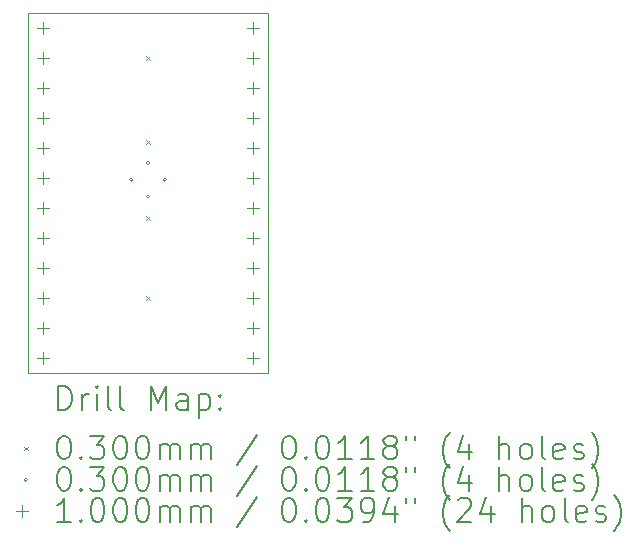
<source format=gbr>
%TF.GenerationSoftware,KiCad,Pcbnew,9.0.6*%
%TF.CreationDate,2026-01-02T14:07:16-06:00*%
%TF.ProjectId,QFN-20_4x4,51464e2d-3230-45f3-9478-342e6b696361,rev?*%
%TF.SameCoordinates,Original*%
%TF.FileFunction,Drillmap*%
%TF.FilePolarity,Positive*%
%FSLAX45Y45*%
G04 Gerber Fmt 4.5, Leading zero omitted, Abs format (unit mm)*
G04 Created by KiCad (PCBNEW 9.0.6) date 2026-01-02 14:07:16*
%MOMM*%
%LPD*%
G01*
G04 APERTURE LIST*
%ADD10C,0.050000*%
%ADD11C,0.200000*%
%ADD12C,0.100000*%
G04 APERTURE END LIST*
D10*
X12827000Y-10541000D02*
X14859000Y-10541000D01*
X14859000Y-13589000D01*
X12827000Y-13589000D01*
X12827000Y-10541000D01*
D11*
D12*
X13828000Y-10907000D02*
X13858000Y-10937000D01*
X13858000Y-10907000D02*
X13828000Y-10937000D01*
X13828000Y-11618200D02*
X13858000Y-11648200D01*
X13858000Y-11618200D02*
X13828000Y-11648200D01*
X13828000Y-12265900D02*
X13858000Y-12295900D01*
X13858000Y-12265900D02*
X13828000Y-12295900D01*
X13828000Y-12939000D02*
X13858000Y-12969000D01*
X13858000Y-12939000D02*
X13828000Y-12969000D01*
X13716579Y-11955377D02*
G75*
G02*
X13686579Y-11955377I-15000J0D01*
G01*
X13686579Y-11955377D02*
G75*
G02*
X13716579Y-11955377I15000J0D01*
G01*
X13858000Y-11813956D02*
G75*
G02*
X13828000Y-11813956I-15000J0D01*
G01*
X13828000Y-11813956D02*
G75*
G02*
X13858000Y-11813956I15000J0D01*
G01*
X13858000Y-12096798D02*
G75*
G02*
X13828000Y-12096798I-15000J0D01*
G01*
X13828000Y-12096798D02*
G75*
G02*
X13858000Y-12096798I15000J0D01*
G01*
X13999421Y-11955377D02*
G75*
G02*
X13969421Y-11955377I-15000J0D01*
G01*
X13969421Y-11955377D02*
G75*
G02*
X13999421Y-11955377I15000J0D01*
G01*
X12954000Y-10618000D02*
X12954000Y-10718000D01*
X12904000Y-10668000D02*
X13004000Y-10668000D01*
X12954000Y-10872000D02*
X12954000Y-10972000D01*
X12904000Y-10922000D02*
X13004000Y-10922000D01*
X12954000Y-11126000D02*
X12954000Y-11226000D01*
X12904000Y-11176000D02*
X13004000Y-11176000D01*
X12954000Y-11380000D02*
X12954000Y-11480000D01*
X12904000Y-11430000D02*
X13004000Y-11430000D01*
X12954000Y-11634000D02*
X12954000Y-11734000D01*
X12904000Y-11684000D02*
X13004000Y-11684000D01*
X12954000Y-11888000D02*
X12954000Y-11988000D01*
X12904000Y-11938000D02*
X13004000Y-11938000D01*
X12954000Y-12142000D02*
X12954000Y-12242000D01*
X12904000Y-12192000D02*
X13004000Y-12192000D01*
X12954000Y-12396000D02*
X12954000Y-12496000D01*
X12904000Y-12446000D02*
X13004000Y-12446000D01*
X12954000Y-12650000D02*
X12954000Y-12750000D01*
X12904000Y-12700000D02*
X13004000Y-12700000D01*
X12954000Y-12904000D02*
X12954000Y-13004000D01*
X12904000Y-12954000D02*
X13004000Y-12954000D01*
X12954000Y-13158000D02*
X12954000Y-13258000D01*
X12904000Y-13208000D02*
X13004000Y-13208000D01*
X12954000Y-13412000D02*
X12954000Y-13512000D01*
X12904000Y-13462000D02*
X13004000Y-13462000D01*
X14732000Y-10618000D02*
X14732000Y-10718000D01*
X14682000Y-10668000D02*
X14782000Y-10668000D01*
X14732000Y-10872000D02*
X14732000Y-10972000D01*
X14682000Y-10922000D02*
X14782000Y-10922000D01*
X14732000Y-11126000D02*
X14732000Y-11226000D01*
X14682000Y-11176000D02*
X14782000Y-11176000D01*
X14732000Y-11380000D02*
X14732000Y-11480000D01*
X14682000Y-11430000D02*
X14782000Y-11430000D01*
X14732000Y-11634000D02*
X14732000Y-11734000D01*
X14682000Y-11684000D02*
X14782000Y-11684000D01*
X14732000Y-11888000D02*
X14732000Y-11988000D01*
X14682000Y-11938000D02*
X14782000Y-11938000D01*
X14732000Y-12142000D02*
X14732000Y-12242000D01*
X14682000Y-12192000D02*
X14782000Y-12192000D01*
X14732000Y-12396000D02*
X14732000Y-12496000D01*
X14682000Y-12446000D02*
X14782000Y-12446000D01*
X14732000Y-12650000D02*
X14732000Y-12750000D01*
X14682000Y-12700000D02*
X14782000Y-12700000D01*
X14732000Y-12904000D02*
X14732000Y-13004000D01*
X14682000Y-12954000D02*
X14782000Y-12954000D01*
X14732000Y-13158000D02*
X14732000Y-13258000D01*
X14682000Y-13208000D02*
X14782000Y-13208000D01*
X14732000Y-13412000D02*
X14732000Y-13512000D01*
X14682000Y-13462000D02*
X14782000Y-13462000D01*
D11*
X13085277Y-13902984D02*
X13085277Y-13702984D01*
X13085277Y-13702984D02*
X13132896Y-13702984D01*
X13132896Y-13702984D02*
X13161467Y-13712508D01*
X13161467Y-13712508D02*
X13180515Y-13731555D01*
X13180515Y-13731555D02*
X13190039Y-13750603D01*
X13190039Y-13750603D02*
X13199562Y-13788698D01*
X13199562Y-13788698D02*
X13199562Y-13817269D01*
X13199562Y-13817269D02*
X13190039Y-13855365D01*
X13190039Y-13855365D02*
X13180515Y-13874412D01*
X13180515Y-13874412D02*
X13161467Y-13893460D01*
X13161467Y-13893460D02*
X13132896Y-13902984D01*
X13132896Y-13902984D02*
X13085277Y-13902984D01*
X13285277Y-13902984D02*
X13285277Y-13769650D01*
X13285277Y-13807746D02*
X13294801Y-13788698D01*
X13294801Y-13788698D02*
X13304324Y-13779174D01*
X13304324Y-13779174D02*
X13323372Y-13769650D01*
X13323372Y-13769650D02*
X13342420Y-13769650D01*
X13409086Y-13902984D02*
X13409086Y-13769650D01*
X13409086Y-13702984D02*
X13399562Y-13712508D01*
X13399562Y-13712508D02*
X13409086Y-13722031D01*
X13409086Y-13722031D02*
X13418610Y-13712508D01*
X13418610Y-13712508D02*
X13409086Y-13702984D01*
X13409086Y-13702984D02*
X13409086Y-13722031D01*
X13532896Y-13902984D02*
X13513848Y-13893460D01*
X13513848Y-13893460D02*
X13504324Y-13874412D01*
X13504324Y-13874412D02*
X13504324Y-13702984D01*
X13637658Y-13902984D02*
X13618610Y-13893460D01*
X13618610Y-13893460D02*
X13609086Y-13874412D01*
X13609086Y-13874412D02*
X13609086Y-13702984D01*
X13866229Y-13902984D02*
X13866229Y-13702984D01*
X13866229Y-13702984D02*
X13932896Y-13845841D01*
X13932896Y-13845841D02*
X13999562Y-13702984D01*
X13999562Y-13702984D02*
X13999562Y-13902984D01*
X14180515Y-13902984D02*
X14180515Y-13798222D01*
X14180515Y-13798222D02*
X14170991Y-13779174D01*
X14170991Y-13779174D02*
X14151943Y-13769650D01*
X14151943Y-13769650D02*
X14113848Y-13769650D01*
X14113848Y-13769650D02*
X14094801Y-13779174D01*
X14180515Y-13893460D02*
X14161467Y-13902984D01*
X14161467Y-13902984D02*
X14113848Y-13902984D01*
X14113848Y-13902984D02*
X14094801Y-13893460D01*
X14094801Y-13893460D02*
X14085277Y-13874412D01*
X14085277Y-13874412D02*
X14085277Y-13855365D01*
X14085277Y-13855365D02*
X14094801Y-13836317D01*
X14094801Y-13836317D02*
X14113848Y-13826793D01*
X14113848Y-13826793D02*
X14161467Y-13826793D01*
X14161467Y-13826793D02*
X14180515Y-13817269D01*
X14275753Y-13769650D02*
X14275753Y-13969650D01*
X14275753Y-13779174D02*
X14294801Y-13769650D01*
X14294801Y-13769650D02*
X14332896Y-13769650D01*
X14332896Y-13769650D02*
X14351943Y-13779174D01*
X14351943Y-13779174D02*
X14361467Y-13788698D01*
X14361467Y-13788698D02*
X14370991Y-13807746D01*
X14370991Y-13807746D02*
X14370991Y-13864888D01*
X14370991Y-13864888D02*
X14361467Y-13883936D01*
X14361467Y-13883936D02*
X14351943Y-13893460D01*
X14351943Y-13893460D02*
X14332896Y-13902984D01*
X14332896Y-13902984D02*
X14294801Y-13902984D01*
X14294801Y-13902984D02*
X14275753Y-13893460D01*
X14456705Y-13883936D02*
X14466229Y-13893460D01*
X14466229Y-13893460D02*
X14456705Y-13902984D01*
X14456705Y-13902984D02*
X14447182Y-13893460D01*
X14447182Y-13893460D02*
X14456705Y-13883936D01*
X14456705Y-13883936D02*
X14456705Y-13902984D01*
X14456705Y-13779174D02*
X14466229Y-13788698D01*
X14466229Y-13788698D02*
X14456705Y-13798222D01*
X14456705Y-13798222D02*
X14447182Y-13788698D01*
X14447182Y-13788698D02*
X14456705Y-13779174D01*
X14456705Y-13779174D02*
X14456705Y-13798222D01*
D12*
X12794500Y-14216500D02*
X12824500Y-14246500D01*
X12824500Y-14216500D02*
X12794500Y-14246500D01*
D11*
X13123372Y-14122984D02*
X13142420Y-14122984D01*
X13142420Y-14122984D02*
X13161467Y-14132508D01*
X13161467Y-14132508D02*
X13170991Y-14142031D01*
X13170991Y-14142031D02*
X13180515Y-14161079D01*
X13180515Y-14161079D02*
X13190039Y-14199174D01*
X13190039Y-14199174D02*
X13190039Y-14246793D01*
X13190039Y-14246793D02*
X13180515Y-14284888D01*
X13180515Y-14284888D02*
X13170991Y-14303936D01*
X13170991Y-14303936D02*
X13161467Y-14313460D01*
X13161467Y-14313460D02*
X13142420Y-14322984D01*
X13142420Y-14322984D02*
X13123372Y-14322984D01*
X13123372Y-14322984D02*
X13104324Y-14313460D01*
X13104324Y-14313460D02*
X13094801Y-14303936D01*
X13094801Y-14303936D02*
X13085277Y-14284888D01*
X13085277Y-14284888D02*
X13075753Y-14246793D01*
X13075753Y-14246793D02*
X13075753Y-14199174D01*
X13075753Y-14199174D02*
X13085277Y-14161079D01*
X13085277Y-14161079D02*
X13094801Y-14142031D01*
X13094801Y-14142031D02*
X13104324Y-14132508D01*
X13104324Y-14132508D02*
X13123372Y-14122984D01*
X13275753Y-14303936D02*
X13285277Y-14313460D01*
X13285277Y-14313460D02*
X13275753Y-14322984D01*
X13275753Y-14322984D02*
X13266229Y-14313460D01*
X13266229Y-14313460D02*
X13275753Y-14303936D01*
X13275753Y-14303936D02*
X13275753Y-14322984D01*
X13351943Y-14122984D02*
X13475753Y-14122984D01*
X13475753Y-14122984D02*
X13409086Y-14199174D01*
X13409086Y-14199174D02*
X13437658Y-14199174D01*
X13437658Y-14199174D02*
X13456705Y-14208698D01*
X13456705Y-14208698D02*
X13466229Y-14218222D01*
X13466229Y-14218222D02*
X13475753Y-14237269D01*
X13475753Y-14237269D02*
X13475753Y-14284888D01*
X13475753Y-14284888D02*
X13466229Y-14303936D01*
X13466229Y-14303936D02*
X13456705Y-14313460D01*
X13456705Y-14313460D02*
X13437658Y-14322984D01*
X13437658Y-14322984D02*
X13380515Y-14322984D01*
X13380515Y-14322984D02*
X13361467Y-14313460D01*
X13361467Y-14313460D02*
X13351943Y-14303936D01*
X13599562Y-14122984D02*
X13618610Y-14122984D01*
X13618610Y-14122984D02*
X13637658Y-14132508D01*
X13637658Y-14132508D02*
X13647182Y-14142031D01*
X13647182Y-14142031D02*
X13656705Y-14161079D01*
X13656705Y-14161079D02*
X13666229Y-14199174D01*
X13666229Y-14199174D02*
X13666229Y-14246793D01*
X13666229Y-14246793D02*
X13656705Y-14284888D01*
X13656705Y-14284888D02*
X13647182Y-14303936D01*
X13647182Y-14303936D02*
X13637658Y-14313460D01*
X13637658Y-14313460D02*
X13618610Y-14322984D01*
X13618610Y-14322984D02*
X13599562Y-14322984D01*
X13599562Y-14322984D02*
X13580515Y-14313460D01*
X13580515Y-14313460D02*
X13570991Y-14303936D01*
X13570991Y-14303936D02*
X13561467Y-14284888D01*
X13561467Y-14284888D02*
X13551943Y-14246793D01*
X13551943Y-14246793D02*
X13551943Y-14199174D01*
X13551943Y-14199174D02*
X13561467Y-14161079D01*
X13561467Y-14161079D02*
X13570991Y-14142031D01*
X13570991Y-14142031D02*
X13580515Y-14132508D01*
X13580515Y-14132508D02*
X13599562Y-14122984D01*
X13790039Y-14122984D02*
X13809086Y-14122984D01*
X13809086Y-14122984D02*
X13828134Y-14132508D01*
X13828134Y-14132508D02*
X13837658Y-14142031D01*
X13837658Y-14142031D02*
X13847182Y-14161079D01*
X13847182Y-14161079D02*
X13856705Y-14199174D01*
X13856705Y-14199174D02*
X13856705Y-14246793D01*
X13856705Y-14246793D02*
X13847182Y-14284888D01*
X13847182Y-14284888D02*
X13837658Y-14303936D01*
X13837658Y-14303936D02*
X13828134Y-14313460D01*
X13828134Y-14313460D02*
X13809086Y-14322984D01*
X13809086Y-14322984D02*
X13790039Y-14322984D01*
X13790039Y-14322984D02*
X13770991Y-14313460D01*
X13770991Y-14313460D02*
X13761467Y-14303936D01*
X13761467Y-14303936D02*
X13751943Y-14284888D01*
X13751943Y-14284888D02*
X13742420Y-14246793D01*
X13742420Y-14246793D02*
X13742420Y-14199174D01*
X13742420Y-14199174D02*
X13751943Y-14161079D01*
X13751943Y-14161079D02*
X13761467Y-14142031D01*
X13761467Y-14142031D02*
X13770991Y-14132508D01*
X13770991Y-14132508D02*
X13790039Y-14122984D01*
X13942420Y-14322984D02*
X13942420Y-14189650D01*
X13942420Y-14208698D02*
X13951943Y-14199174D01*
X13951943Y-14199174D02*
X13970991Y-14189650D01*
X13970991Y-14189650D02*
X13999563Y-14189650D01*
X13999563Y-14189650D02*
X14018610Y-14199174D01*
X14018610Y-14199174D02*
X14028134Y-14218222D01*
X14028134Y-14218222D02*
X14028134Y-14322984D01*
X14028134Y-14218222D02*
X14037658Y-14199174D01*
X14037658Y-14199174D02*
X14056705Y-14189650D01*
X14056705Y-14189650D02*
X14085277Y-14189650D01*
X14085277Y-14189650D02*
X14104324Y-14199174D01*
X14104324Y-14199174D02*
X14113848Y-14218222D01*
X14113848Y-14218222D02*
X14113848Y-14322984D01*
X14209086Y-14322984D02*
X14209086Y-14189650D01*
X14209086Y-14208698D02*
X14218610Y-14199174D01*
X14218610Y-14199174D02*
X14237658Y-14189650D01*
X14237658Y-14189650D02*
X14266229Y-14189650D01*
X14266229Y-14189650D02*
X14285277Y-14199174D01*
X14285277Y-14199174D02*
X14294801Y-14218222D01*
X14294801Y-14218222D02*
X14294801Y-14322984D01*
X14294801Y-14218222D02*
X14304324Y-14199174D01*
X14304324Y-14199174D02*
X14323372Y-14189650D01*
X14323372Y-14189650D02*
X14351943Y-14189650D01*
X14351943Y-14189650D02*
X14370991Y-14199174D01*
X14370991Y-14199174D02*
X14380515Y-14218222D01*
X14380515Y-14218222D02*
X14380515Y-14322984D01*
X14770991Y-14113460D02*
X14599563Y-14370603D01*
X15028134Y-14122984D02*
X15047182Y-14122984D01*
X15047182Y-14122984D02*
X15066229Y-14132508D01*
X15066229Y-14132508D02*
X15075753Y-14142031D01*
X15075753Y-14142031D02*
X15085277Y-14161079D01*
X15085277Y-14161079D02*
X15094801Y-14199174D01*
X15094801Y-14199174D02*
X15094801Y-14246793D01*
X15094801Y-14246793D02*
X15085277Y-14284888D01*
X15085277Y-14284888D02*
X15075753Y-14303936D01*
X15075753Y-14303936D02*
X15066229Y-14313460D01*
X15066229Y-14313460D02*
X15047182Y-14322984D01*
X15047182Y-14322984D02*
X15028134Y-14322984D01*
X15028134Y-14322984D02*
X15009086Y-14313460D01*
X15009086Y-14313460D02*
X14999563Y-14303936D01*
X14999563Y-14303936D02*
X14990039Y-14284888D01*
X14990039Y-14284888D02*
X14980515Y-14246793D01*
X14980515Y-14246793D02*
X14980515Y-14199174D01*
X14980515Y-14199174D02*
X14990039Y-14161079D01*
X14990039Y-14161079D02*
X14999563Y-14142031D01*
X14999563Y-14142031D02*
X15009086Y-14132508D01*
X15009086Y-14132508D02*
X15028134Y-14122984D01*
X15180515Y-14303936D02*
X15190039Y-14313460D01*
X15190039Y-14313460D02*
X15180515Y-14322984D01*
X15180515Y-14322984D02*
X15170991Y-14313460D01*
X15170991Y-14313460D02*
X15180515Y-14303936D01*
X15180515Y-14303936D02*
X15180515Y-14322984D01*
X15313848Y-14122984D02*
X15332896Y-14122984D01*
X15332896Y-14122984D02*
X15351944Y-14132508D01*
X15351944Y-14132508D02*
X15361467Y-14142031D01*
X15361467Y-14142031D02*
X15370991Y-14161079D01*
X15370991Y-14161079D02*
X15380515Y-14199174D01*
X15380515Y-14199174D02*
X15380515Y-14246793D01*
X15380515Y-14246793D02*
X15370991Y-14284888D01*
X15370991Y-14284888D02*
X15361467Y-14303936D01*
X15361467Y-14303936D02*
X15351944Y-14313460D01*
X15351944Y-14313460D02*
X15332896Y-14322984D01*
X15332896Y-14322984D02*
X15313848Y-14322984D01*
X15313848Y-14322984D02*
X15294801Y-14313460D01*
X15294801Y-14313460D02*
X15285277Y-14303936D01*
X15285277Y-14303936D02*
X15275753Y-14284888D01*
X15275753Y-14284888D02*
X15266229Y-14246793D01*
X15266229Y-14246793D02*
X15266229Y-14199174D01*
X15266229Y-14199174D02*
X15275753Y-14161079D01*
X15275753Y-14161079D02*
X15285277Y-14142031D01*
X15285277Y-14142031D02*
X15294801Y-14132508D01*
X15294801Y-14132508D02*
X15313848Y-14122984D01*
X15570991Y-14322984D02*
X15456706Y-14322984D01*
X15513848Y-14322984D02*
X15513848Y-14122984D01*
X15513848Y-14122984D02*
X15494801Y-14151555D01*
X15494801Y-14151555D02*
X15475753Y-14170603D01*
X15475753Y-14170603D02*
X15456706Y-14180127D01*
X15761467Y-14322984D02*
X15647182Y-14322984D01*
X15704325Y-14322984D02*
X15704325Y-14122984D01*
X15704325Y-14122984D02*
X15685277Y-14151555D01*
X15685277Y-14151555D02*
X15666229Y-14170603D01*
X15666229Y-14170603D02*
X15647182Y-14180127D01*
X15875753Y-14208698D02*
X15856706Y-14199174D01*
X15856706Y-14199174D02*
X15847182Y-14189650D01*
X15847182Y-14189650D02*
X15837658Y-14170603D01*
X15837658Y-14170603D02*
X15837658Y-14161079D01*
X15837658Y-14161079D02*
X15847182Y-14142031D01*
X15847182Y-14142031D02*
X15856706Y-14132508D01*
X15856706Y-14132508D02*
X15875753Y-14122984D01*
X15875753Y-14122984D02*
X15913848Y-14122984D01*
X15913848Y-14122984D02*
X15932896Y-14132508D01*
X15932896Y-14132508D02*
X15942420Y-14142031D01*
X15942420Y-14142031D02*
X15951944Y-14161079D01*
X15951944Y-14161079D02*
X15951944Y-14170603D01*
X15951944Y-14170603D02*
X15942420Y-14189650D01*
X15942420Y-14189650D02*
X15932896Y-14199174D01*
X15932896Y-14199174D02*
X15913848Y-14208698D01*
X15913848Y-14208698D02*
X15875753Y-14208698D01*
X15875753Y-14208698D02*
X15856706Y-14218222D01*
X15856706Y-14218222D02*
X15847182Y-14227746D01*
X15847182Y-14227746D02*
X15837658Y-14246793D01*
X15837658Y-14246793D02*
X15837658Y-14284888D01*
X15837658Y-14284888D02*
X15847182Y-14303936D01*
X15847182Y-14303936D02*
X15856706Y-14313460D01*
X15856706Y-14313460D02*
X15875753Y-14322984D01*
X15875753Y-14322984D02*
X15913848Y-14322984D01*
X15913848Y-14322984D02*
X15932896Y-14313460D01*
X15932896Y-14313460D02*
X15942420Y-14303936D01*
X15942420Y-14303936D02*
X15951944Y-14284888D01*
X15951944Y-14284888D02*
X15951944Y-14246793D01*
X15951944Y-14246793D02*
X15942420Y-14227746D01*
X15942420Y-14227746D02*
X15932896Y-14218222D01*
X15932896Y-14218222D02*
X15913848Y-14208698D01*
X16028134Y-14122984D02*
X16028134Y-14161079D01*
X16104325Y-14122984D02*
X16104325Y-14161079D01*
X16399563Y-14399174D02*
X16390039Y-14389650D01*
X16390039Y-14389650D02*
X16370991Y-14361079D01*
X16370991Y-14361079D02*
X16361468Y-14342031D01*
X16361468Y-14342031D02*
X16351944Y-14313460D01*
X16351944Y-14313460D02*
X16342420Y-14265841D01*
X16342420Y-14265841D02*
X16342420Y-14227746D01*
X16342420Y-14227746D02*
X16351944Y-14180127D01*
X16351944Y-14180127D02*
X16361468Y-14151555D01*
X16361468Y-14151555D02*
X16370991Y-14132508D01*
X16370991Y-14132508D02*
X16390039Y-14103936D01*
X16390039Y-14103936D02*
X16399563Y-14094412D01*
X16561468Y-14189650D02*
X16561468Y-14322984D01*
X16513848Y-14113460D02*
X16466229Y-14256317D01*
X16466229Y-14256317D02*
X16590039Y-14256317D01*
X16818611Y-14322984D02*
X16818611Y-14122984D01*
X16904325Y-14322984D02*
X16904325Y-14218222D01*
X16904325Y-14218222D02*
X16894801Y-14199174D01*
X16894801Y-14199174D02*
X16875753Y-14189650D01*
X16875753Y-14189650D02*
X16847182Y-14189650D01*
X16847182Y-14189650D02*
X16828134Y-14199174D01*
X16828134Y-14199174D02*
X16818611Y-14208698D01*
X17028134Y-14322984D02*
X17009087Y-14313460D01*
X17009087Y-14313460D02*
X16999563Y-14303936D01*
X16999563Y-14303936D02*
X16990039Y-14284888D01*
X16990039Y-14284888D02*
X16990039Y-14227746D01*
X16990039Y-14227746D02*
X16999563Y-14208698D01*
X16999563Y-14208698D02*
X17009087Y-14199174D01*
X17009087Y-14199174D02*
X17028134Y-14189650D01*
X17028134Y-14189650D02*
X17056706Y-14189650D01*
X17056706Y-14189650D02*
X17075753Y-14199174D01*
X17075753Y-14199174D02*
X17085277Y-14208698D01*
X17085277Y-14208698D02*
X17094801Y-14227746D01*
X17094801Y-14227746D02*
X17094801Y-14284888D01*
X17094801Y-14284888D02*
X17085277Y-14303936D01*
X17085277Y-14303936D02*
X17075753Y-14313460D01*
X17075753Y-14313460D02*
X17056706Y-14322984D01*
X17056706Y-14322984D02*
X17028134Y-14322984D01*
X17209087Y-14322984D02*
X17190039Y-14313460D01*
X17190039Y-14313460D02*
X17180515Y-14294412D01*
X17180515Y-14294412D02*
X17180515Y-14122984D01*
X17361468Y-14313460D02*
X17342420Y-14322984D01*
X17342420Y-14322984D02*
X17304325Y-14322984D01*
X17304325Y-14322984D02*
X17285277Y-14313460D01*
X17285277Y-14313460D02*
X17275753Y-14294412D01*
X17275753Y-14294412D02*
X17275753Y-14218222D01*
X17275753Y-14218222D02*
X17285277Y-14199174D01*
X17285277Y-14199174D02*
X17304325Y-14189650D01*
X17304325Y-14189650D02*
X17342420Y-14189650D01*
X17342420Y-14189650D02*
X17361468Y-14199174D01*
X17361468Y-14199174D02*
X17370992Y-14218222D01*
X17370992Y-14218222D02*
X17370992Y-14237269D01*
X17370992Y-14237269D02*
X17275753Y-14256317D01*
X17447182Y-14313460D02*
X17466230Y-14322984D01*
X17466230Y-14322984D02*
X17504325Y-14322984D01*
X17504325Y-14322984D02*
X17523373Y-14313460D01*
X17523373Y-14313460D02*
X17532896Y-14294412D01*
X17532896Y-14294412D02*
X17532896Y-14284888D01*
X17532896Y-14284888D02*
X17523373Y-14265841D01*
X17523373Y-14265841D02*
X17504325Y-14256317D01*
X17504325Y-14256317D02*
X17475753Y-14256317D01*
X17475753Y-14256317D02*
X17456706Y-14246793D01*
X17456706Y-14246793D02*
X17447182Y-14227746D01*
X17447182Y-14227746D02*
X17447182Y-14218222D01*
X17447182Y-14218222D02*
X17456706Y-14199174D01*
X17456706Y-14199174D02*
X17475753Y-14189650D01*
X17475753Y-14189650D02*
X17504325Y-14189650D01*
X17504325Y-14189650D02*
X17523373Y-14199174D01*
X17599563Y-14399174D02*
X17609087Y-14389650D01*
X17609087Y-14389650D02*
X17628134Y-14361079D01*
X17628134Y-14361079D02*
X17637658Y-14342031D01*
X17637658Y-14342031D02*
X17647182Y-14313460D01*
X17647182Y-14313460D02*
X17656706Y-14265841D01*
X17656706Y-14265841D02*
X17656706Y-14227746D01*
X17656706Y-14227746D02*
X17647182Y-14180127D01*
X17647182Y-14180127D02*
X17637658Y-14151555D01*
X17637658Y-14151555D02*
X17628134Y-14132508D01*
X17628134Y-14132508D02*
X17609087Y-14103936D01*
X17609087Y-14103936D02*
X17599563Y-14094412D01*
D12*
X12824500Y-14495500D02*
G75*
G02*
X12794500Y-14495500I-15000J0D01*
G01*
X12794500Y-14495500D02*
G75*
G02*
X12824500Y-14495500I15000J0D01*
G01*
D11*
X13123372Y-14386984D02*
X13142420Y-14386984D01*
X13142420Y-14386984D02*
X13161467Y-14396508D01*
X13161467Y-14396508D02*
X13170991Y-14406031D01*
X13170991Y-14406031D02*
X13180515Y-14425079D01*
X13180515Y-14425079D02*
X13190039Y-14463174D01*
X13190039Y-14463174D02*
X13190039Y-14510793D01*
X13190039Y-14510793D02*
X13180515Y-14548888D01*
X13180515Y-14548888D02*
X13170991Y-14567936D01*
X13170991Y-14567936D02*
X13161467Y-14577460D01*
X13161467Y-14577460D02*
X13142420Y-14586984D01*
X13142420Y-14586984D02*
X13123372Y-14586984D01*
X13123372Y-14586984D02*
X13104324Y-14577460D01*
X13104324Y-14577460D02*
X13094801Y-14567936D01*
X13094801Y-14567936D02*
X13085277Y-14548888D01*
X13085277Y-14548888D02*
X13075753Y-14510793D01*
X13075753Y-14510793D02*
X13075753Y-14463174D01*
X13075753Y-14463174D02*
X13085277Y-14425079D01*
X13085277Y-14425079D02*
X13094801Y-14406031D01*
X13094801Y-14406031D02*
X13104324Y-14396508D01*
X13104324Y-14396508D02*
X13123372Y-14386984D01*
X13275753Y-14567936D02*
X13285277Y-14577460D01*
X13285277Y-14577460D02*
X13275753Y-14586984D01*
X13275753Y-14586984D02*
X13266229Y-14577460D01*
X13266229Y-14577460D02*
X13275753Y-14567936D01*
X13275753Y-14567936D02*
X13275753Y-14586984D01*
X13351943Y-14386984D02*
X13475753Y-14386984D01*
X13475753Y-14386984D02*
X13409086Y-14463174D01*
X13409086Y-14463174D02*
X13437658Y-14463174D01*
X13437658Y-14463174D02*
X13456705Y-14472698D01*
X13456705Y-14472698D02*
X13466229Y-14482222D01*
X13466229Y-14482222D02*
X13475753Y-14501269D01*
X13475753Y-14501269D02*
X13475753Y-14548888D01*
X13475753Y-14548888D02*
X13466229Y-14567936D01*
X13466229Y-14567936D02*
X13456705Y-14577460D01*
X13456705Y-14577460D02*
X13437658Y-14586984D01*
X13437658Y-14586984D02*
X13380515Y-14586984D01*
X13380515Y-14586984D02*
X13361467Y-14577460D01*
X13361467Y-14577460D02*
X13351943Y-14567936D01*
X13599562Y-14386984D02*
X13618610Y-14386984D01*
X13618610Y-14386984D02*
X13637658Y-14396508D01*
X13637658Y-14396508D02*
X13647182Y-14406031D01*
X13647182Y-14406031D02*
X13656705Y-14425079D01*
X13656705Y-14425079D02*
X13666229Y-14463174D01*
X13666229Y-14463174D02*
X13666229Y-14510793D01*
X13666229Y-14510793D02*
X13656705Y-14548888D01*
X13656705Y-14548888D02*
X13647182Y-14567936D01*
X13647182Y-14567936D02*
X13637658Y-14577460D01*
X13637658Y-14577460D02*
X13618610Y-14586984D01*
X13618610Y-14586984D02*
X13599562Y-14586984D01*
X13599562Y-14586984D02*
X13580515Y-14577460D01*
X13580515Y-14577460D02*
X13570991Y-14567936D01*
X13570991Y-14567936D02*
X13561467Y-14548888D01*
X13561467Y-14548888D02*
X13551943Y-14510793D01*
X13551943Y-14510793D02*
X13551943Y-14463174D01*
X13551943Y-14463174D02*
X13561467Y-14425079D01*
X13561467Y-14425079D02*
X13570991Y-14406031D01*
X13570991Y-14406031D02*
X13580515Y-14396508D01*
X13580515Y-14396508D02*
X13599562Y-14386984D01*
X13790039Y-14386984D02*
X13809086Y-14386984D01*
X13809086Y-14386984D02*
X13828134Y-14396508D01*
X13828134Y-14396508D02*
X13837658Y-14406031D01*
X13837658Y-14406031D02*
X13847182Y-14425079D01*
X13847182Y-14425079D02*
X13856705Y-14463174D01*
X13856705Y-14463174D02*
X13856705Y-14510793D01*
X13856705Y-14510793D02*
X13847182Y-14548888D01*
X13847182Y-14548888D02*
X13837658Y-14567936D01*
X13837658Y-14567936D02*
X13828134Y-14577460D01*
X13828134Y-14577460D02*
X13809086Y-14586984D01*
X13809086Y-14586984D02*
X13790039Y-14586984D01*
X13790039Y-14586984D02*
X13770991Y-14577460D01*
X13770991Y-14577460D02*
X13761467Y-14567936D01*
X13761467Y-14567936D02*
X13751943Y-14548888D01*
X13751943Y-14548888D02*
X13742420Y-14510793D01*
X13742420Y-14510793D02*
X13742420Y-14463174D01*
X13742420Y-14463174D02*
X13751943Y-14425079D01*
X13751943Y-14425079D02*
X13761467Y-14406031D01*
X13761467Y-14406031D02*
X13770991Y-14396508D01*
X13770991Y-14396508D02*
X13790039Y-14386984D01*
X13942420Y-14586984D02*
X13942420Y-14453650D01*
X13942420Y-14472698D02*
X13951943Y-14463174D01*
X13951943Y-14463174D02*
X13970991Y-14453650D01*
X13970991Y-14453650D02*
X13999563Y-14453650D01*
X13999563Y-14453650D02*
X14018610Y-14463174D01*
X14018610Y-14463174D02*
X14028134Y-14482222D01*
X14028134Y-14482222D02*
X14028134Y-14586984D01*
X14028134Y-14482222D02*
X14037658Y-14463174D01*
X14037658Y-14463174D02*
X14056705Y-14453650D01*
X14056705Y-14453650D02*
X14085277Y-14453650D01*
X14085277Y-14453650D02*
X14104324Y-14463174D01*
X14104324Y-14463174D02*
X14113848Y-14482222D01*
X14113848Y-14482222D02*
X14113848Y-14586984D01*
X14209086Y-14586984D02*
X14209086Y-14453650D01*
X14209086Y-14472698D02*
X14218610Y-14463174D01*
X14218610Y-14463174D02*
X14237658Y-14453650D01*
X14237658Y-14453650D02*
X14266229Y-14453650D01*
X14266229Y-14453650D02*
X14285277Y-14463174D01*
X14285277Y-14463174D02*
X14294801Y-14482222D01*
X14294801Y-14482222D02*
X14294801Y-14586984D01*
X14294801Y-14482222D02*
X14304324Y-14463174D01*
X14304324Y-14463174D02*
X14323372Y-14453650D01*
X14323372Y-14453650D02*
X14351943Y-14453650D01*
X14351943Y-14453650D02*
X14370991Y-14463174D01*
X14370991Y-14463174D02*
X14380515Y-14482222D01*
X14380515Y-14482222D02*
X14380515Y-14586984D01*
X14770991Y-14377460D02*
X14599563Y-14634603D01*
X15028134Y-14386984D02*
X15047182Y-14386984D01*
X15047182Y-14386984D02*
X15066229Y-14396508D01*
X15066229Y-14396508D02*
X15075753Y-14406031D01*
X15075753Y-14406031D02*
X15085277Y-14425079D01*
X15085277Y-14425079D02*
X15094801Y-14463174D01*
X15094801Y-14463174D02*
X15094801Y-14510793D01*
X15094801Y-14510793D02*
X15085277Y-14548888D01*
X15085277Y-14548888D02*
X15075753Y-14567936D01*
X15075753Y-14567936D02*
X15066229Y-14577460D01*
X15066229Y-14577460D02*
X15047182Y-14586984D01*
X15047182Y-14586984D02*
X15028134Y-14586984D01*
X15028134Y-14586984D02*
X15009086Y-14577460D01*
X15009086Y-14577460D02*
X14999563Y-14567936D01*
X14999563Y-14567936D02*
X14990039Y-14548888D01*
X14990039Y-14548888D02*
X14980515Y-14510793D01*
X14980515Y-14510793D02*
X14980515Y-14463174D01*
X14980515Y-14463174D02*
X14990039Y-14425079D01*
X14990039Y-14425079D02*
X14999563Y-14406031D01*
X14999563Y-14406031D02*
X15009086Y-14396508D01*
X15009086Y-14396508D02*
X15028134Y-14386984D01*
X15180515Y-14567936D02*
X15190039Y-14577460D01*
X15190039Y-14577460D02*
X15180515Y-14586984D01*
X15180515Y-14586984D02*
X15170991Y-14577460D01*
X15170991Y-14577460D02*
X15180515Y-14567936D01*
X15180515Y-14567936D02*
X15180515Y-14586984D01*
X15313848Y-14386984D02*
X15332896Y-14386984D01*
X15332896Y-14386984D02*
X15351944Y-14396508D01*
X15351944Y-14396508D02*
X15361467Y-14406031D01*
X15361467Y-14406031D02*
X15370991Y-14425079D01*
X15370991Y-14425079D02*
X15380515Y-14463174D01*
X15380515Y-14463174D02*
X15380515Y-14510793D01*
X15380515Y-14510793D02*
X15370991Y-14548888D01*
X15370991Y-14548888D02*
X15361467Y-14567936D01*
X15361467Y-14567936D02*
X15351944Y-14577460D01*
X15351944Y-14577460D02*
X15332896Y-14586984D01*
X15332896Y-14586984D02*
X15313848Y-14586984D01*
X15313848Y-14586984D02*
X15294801Y-14577460D01*
X15294801Y-14577460D02*
X15285277Y-14567936D01*
X15285277Y-14567936D02*
X15275753Y-14548888D01*
X15275753Y-14548888D02*
X15266229Y-14510793D01*
X15266229Y-14510793D02*
X15266229Y-14463174D01*
X15266229Y-14463174D02*
X15275753Y-14425079D01*
X15275753Y-14425079D02*
X15285277Y-14406031D01*
X15285277Y-14406031D02*
X15294801Y-14396508D01*
X15294801Y-14396508D02*
X15313848Y-14386984D01*
X15570991Y-14586984D02*
X15456706Y-14586984D01*
X15513848Y-14586984D02*
X15513848Y-14386984D01*
X15513848Y-14386984D02*
X15494801Y-14415555D01*
X15494801Y-14415555D02*
X15475753Y-14434603D01*
X15475753Y-14434603D02*
X15456706Y-14444127D01*
X15761467Y-14586984D02*
X15647182Y-14586984D01*
X15704325Y-14586984D02*
X15704325Y-14386984D01*
X15704325Y-14386984D02*
X15685277Y-14415555D01*
X15685277Y-14415555D02*
X15666229Y-14434603D01*
X15666229Y-14434603D02*
X15647182Y-14444127D01*
X15875753Y-14472698D02*
X15856706Y-14463174D01*
X15856706Y-14463174D02*
X15847182Y-14453650D01*
X15847182Y-14453650D02*
X15837658Y-14434603D01*
X15837658Y-14434603D02*
X15837658Y-14425079D01*
X15837658Y-14425079D02*
X15847182Y-14406031D01*
X15847182Y-14406031D02*
X15856706Y-14396508D01*
X15856706Y-14396508D02*
X15875753Y-14386984D01*
X15875753Y-14386984D02*
X15913848Y-14386984D01*
X15913848Y-14386984D02*
X15932896Y-14396508D01*
X15932896Y-14396508D02*
X15942420Y-14406031D01*
X15942420Y-14406031D02*
X15951944Y-14425079D01*
X15951944Y-14425079D02*
X15951944Y-14434603D01*
X15951944Y-14434603D02*
X15942420Y-14453650D01*
X15942420Y-14453650D02*
X15932896Y-14463174D01*
X15932896Y-14463174D02*
X15913848Y-14472698D01*
X15913848Y-14472698D02*
X15875753Y-14472698D01*
X15875753Y-14472698D02*
X15856706Y-14482222D01*
X15856706Y-14482222D02*
X15847182Y-14491746D01*
X15847182Y-14491746D02*
X15837658Y-14510793D01*
X15837658Y-14510793D02*
X15837658Y-14548888D01*
X15837658Y-14548888D02*
X15847182Y-14567936D01*
X15847182Y-14567936D02*
X15856706Y-14577460D01*
X15856706Y-14577460D02*
X15875753Y-14586984D01*
X15875753Y-14586984D02*
X15913848Y-14586984D01*
X15913848Y-14586984D02*
X15932896Y-14577460D01*
X15932896Y-14577460D02*
X15942420Y-14567936D01*
X15942420Y-14567936D02*
X15951944Y-14548888D01*
X15951944Y-14548888D02*
X15951944Y-14510793D01*
X15951944Y-14510793D02*
X15942420Y-14491746D01*
X15942420Y-14491746D02*
X15932896Y-14482222D01*
X15932896Y-14482222D02*
X15913848Y-14472698D01*
X16028134Y-14386984D02*
X16028134Y-14425079D01*
X16104325Y-14386984D02*
X16104325Y-14425079D01*
X16399563Y-14663174D02*
X16390039Y-14653650D01*
X16390039Y-14653650D02*
X16370991Y-14625079D01*
X16370991Y-14625079D02*
X16361468Y-14606031D01*
X16361468Y-14606031D02*
X16351944Y-14577460D01*
X16351944Y-14577460D02*
X16342420Y-14529841D01*
X16342420Y-14529841D02*
X16342420Y-14491746D01*
X16342420Y-14491746D02*
X16351944Y-14444127D01*
X16351944Y-14444127D02*
X16361468Y-14415555D01*
X16361468Y-14415555D02*
X16370991Y-14396508D01*
X16370991Y-14396508D02*
X16390039Y-14367936D01*
X16390039Y-14367936D02*
X16399563Y-14358412D01*
X16561468Y-14453650D02*
X16561468Y-14586984D01*
X16513848Y-14377460D02*
X16466229Y-14520317D01*
X16466229Y-14520317D02*
X16590039Y-14520317D01*
X16818611Y-14586984D02*
X16818611Y-14386984D01*
X16904325Y-14586984D02*
X16904325Y-14482222D01*
X16904325Y-14482222D02*
X16894801Y-14463174D01*
X16894801Y-14463174D02*
X16875753Y-14453650D01*
X16875753Y-14453650D02*
X16847182Y-14453650D01*
X16847182Y-14453650D02*
X16828134Y-14463174D01*
X16828134Y-14463174D02*
X16818611Y-14472698D01*
X17028134Y-14586984D02*
X17009087Y-14577460D01*
X17009087Y-14577460D02*
X16999563Y-14567936D01*
X16999563Y-14567936D02*
X16990039Y-14548888D01*
X16990039Y-14548888D02*
X16990039Y-14491746D01*
X16990039Y-14491746D02*
X16999563Y-14472698D01*
X16999563Y-14472698D02*
X17009087Y-14463174D01*
X17009087Y-14463174D02*
X17028134Y-14453650D01*
X17028134Y-14453650D02*
X17056706Y-14453650D01*
X17056706Y-14453650D02*
X17075753Y-14463174D01*
X17075753Y-14463174D02*
X17085277Y-14472698D01*
X17085277Y-14472698D02*
X17094801Y-14491746D01*
X17094801Y-14491746D02*
X17094801Y-14548888D01*
X17094801Y-14548888D02*
X17085277Y-14567936D01*
X17085277Y-14567936D02*
X17075753Y-14577460D01*
X17075753Y-14577460D02*
X17056706Y-14586984D01*
X17056706Y-14586984D02*
X17028134Y-14586984D01*
X17209087Y-14586984D02*
X17190039Y-14577460D01*
X17190039Y-14577460D02*
X17180515Y-14558412D01*
X17180515Y-14558412D02*
X17180515Y-14386984D01*
X17361468Y-14577460D02*
X17342420Y-14586984D01*
X17342420Y-14586984D02*
X17304325Y-14586984D01*
X17304325Y-14586984D02*
X17285277Y-14577460D01*
X17285277Y-14577460D02*
X17275753Y-14558412D01*
X17275753Y-14558412D02*
X17275753Y-14482222D01*
X17275753Y-14482222D02*
X17285277Y-14463174D01*
X17285277Y-14463174D02*
X17304325Y-14453650D01*
X17304325Y-14453650D02*
X17342420Y-14453650D01*
X17342420Y-14453650D02*
X17361468Y-14463174D01*
X17361468Y-14463174D02*
X17370992Y-14482222D01*
X17370992Y-14482222D02*
X17370992Y-14501269D01*
X17370992Y-14501269D02*
X17275753Y-14520317D01*
X17447182Y-14577460D02*
X17466230Y-14586984D01*
X17466230Y-14586984D02*
X17504325Y-14586984D01*
X17504325Y-14586984D02*
X17523373Y-14577460D01*
X17523373Y-14577460D02*
X17532896Y-14558412D01*
X17532896Y-14558412D02*
X17532896Y-14548888D01*
X17532896Y-14548888D02*
X17523373Y-14529841D01*
X17523373Y-14529841D02*
X17504325Y-14520317D01*
X17504325Y-14520317D02*
X17475753Y-14520317D01*
X17475753Y-14520317D02*
X17456706Y-14510793D01*
X17456706Y-14510793D02*
X17447182Y-14491746D01*
X17447182Y-14491746D02*
X17447182Y-14482222D01*
X17447182Y-14482222D02*
X17456706Y-14463174D01*
X17456706Y-14463174D02*
X17475753Y-14453650D01*
X17475753Y-14453650D02*
X17504325Y-14453650D01*
X17504325Y-14453650D02*
X17523373Y-14463174D01*
X17599563Y-14663174D02*
X17609087Y-14653650D01*
X17609087Y-14653650D02*
X17628134Y-14625079D01*
X17628134Y-14625079D02*
X17637658Y-14606031D01*
X17637658Y-14606031D02*
X17647182Y-14577460D01*
X17647182Y-14577460D02*
X17656706Y-14529841D01*
X17656706Y-14529841D02*
X17656706Y-14491746D01*
X17656706Y-14491746D02*
X17647182Y-14444127D01*
X17647182Y-14444127D02*
X17637658Y-14415555D01*
X17637658Y-14415555D02*
X17628134Y-14396508D01*
X17628134Y-14396508D02*
X17609087Y-14367936D01*
X17609087Y-14367936D02*
X17599563Y-14358412D01*
D12*
X12774500Y-14709500D02*
X12774500Y-14809500D01*
X12724500Y-14759500D02*
X12824500Y-14759500D01*
D11*
X13190039Y-14850984D02*
X13075753Y-14850984D01*
X13132896Y-14850984D02*
X13132896Y-14650984D01*
X13132896Y-14650984D02*
X13113848Y-14679555D01*
X13113848Y-14679555D02*
X13094801Y-14698603D01*
X13094801Y-14698603D02*
X13075753Y-14708127D01*
X13275753Y-14831936D02*
X13285277Y-14841460D01*
X13285277Y-14841460D02*
X13275753Y-14850984D01*
X13275753Y-14850984D02*
X13266229Y-14841460D01*
X13266229Y-14841460D02*
X13275753Y-14831936D01*
X13275753Y-14831936D02*
X13275753Y-14850984D01*
X13409086Y-14650984D02*
X13428134Y-14650984D01*
X13428134Y-14650984D02*
X13447182Y-14660508D01*
X13447182Y-14660508D02*
X13456705Y-14670031D01*
X13456705Y-14670031D02*
X13466229Y-14689079D01*
X13466229Y-14689079D02*
X13475753Y-14727174D01*
X13475753Y-14727174D02*
X13475753Y-14774793D01*
X13475753Y-14774793D02*
X13466229Y-14812888D01*
X13466229Y-14812888D02*
X13456705Y-14831936D01*
X13456705Y-14831936D02*
X13447182Y-14841460D01*
X13447182Y-14841460D02*
X13428134Y-14850984D01*
X13428134Y-14850984D02*
X13409086Y-14850984D01*
X13409086Y-14850984D02*
X13390039Y-14841460D01*
X13390039Y-14841460D02*
X13380515Y-14831936D01*
X13380515Y-14831936D02*
X13370991Y-14812888D01*
X13370991Y-14812888D02*
X13361467Y-14774793D01*
X13361467Y-14774793D02*
X13361467Y-14727174D01*
X13361467Y-14727174D02*
X13370991Y-14689079D01*
X13370991Y-14689079D02*
X13380515Y-14670031D01*
X13380515Y-14670031D02*
X13390039Y-14660508D01*
X13390039Y-14660508D02*
X13409086Y-14650984D01*
X13599562Y-14650984D02*
X13618610Y-14650984D01*
X13618610Y-14650984D02*
X13637658Y-14660508D01*
X13637658Y-14660508D02*
X13647182Y-14670031D01*
X13647182Y-14670031D02*
X13656705Y-14689079D01*
X13656705Y-14689079D02*
X13666229Y-14727174D01*
X13666229Y-14727174D02*
X13666229Y-14774793D01*
X13666229Y-14774793D02*
X13656705Y-14812888D01*
X13656705Y-14812888D02*
X13647182Y-14831936D01*
X13647182Y-14831936D02*
X13637658Y-14841460D01*
X13637658Y-14841460D02*
X13618610Y-14850984D01*
X13618610Y-14850984D02*
X13599562Y-14850984D01*
X13599562Y-14850984D02*
X13580515Y-14841460D01*
X13580515Y-14841460D02*
X13570991Y-14831936D01*
X13570991Y-14831936D02*
X13561467Y-14812888D01*
X13561467Y-14812888D02*
X13551943Y-14774793D01*
X13551943Y-14774793D02*
X13551943Y-14727174D01*
X13551943Y-14727174D02*
X13561467Y-14689079D01*
X13561467Y-14689079D02*
X13570991Y-14670031D01*
X13570991Y-14670031D02*
X13580515Y-14660508D01*
X13580515Y-14660508D02*
X13599562Y-14650984D01*
X13790039Y-14650984D02*
X13809086Y-14650984D01*
X13809086Y-14650984D02*
X13828134Y-14660508D01*
X13828134Y-14660508D02*
X13837658Y-14670031D01*
X13837658Y-14670031D02*
X13847182Y-14689079D01*
X13847182Y-14689079D02*
X13856705Y-14727174D01*
X13856705Y-14727174D02*
X13856705Y-14774793D01*
X13856705Y-14774793D02*
X13847182Y-14812888D01*
X13847182Y-14812888D02*
X13837658Y-14831936D01*
X13837658Y-14831936D02*
X13828134Y-14841460D01*
X13828134Y-14841460D02*
X13809086Y-14850984D01*
X13809086Y-14850984D02*
X13790039Y-14850984D01*
X13790039Y-14850984D02*
X13770991Y-14841460D01*
X13770991Y-14841460D02*
X13761467Y-14831936D01*
X13761467Y-14831936D02*
X13751943Y-14812888D01*
X13751943Y-14812888D02*
X13742420Y-14774793D01*
X13742420Y-14774793D02*
X13742420Y-14727174D01*
X13742420Y-14727174D02*
X13751943Y-14689079D01*
X13751943Y-14689079D02*
X13761467Y-14670031D01*
X13761467Y-14670031D02*
X13770991Y-14660508D01*
X13770991Y-14660508D02*
X13790039Y-14650984D01*
X13942420Y-14850984D02*
X13942420Y-14717650D01*
X13942420Y-14736698D02*
X13951943Y-14727174D01*
X13951943Y-14727174D02*
X13970991Y-14717650D01*
X13970991Y-14717650D02*
X13999563Y-14717650D01*
X13999563Y-14717650D02*
X14018610Y-14727174D01*
X14018610Y-14727174D02*
X14028134Y-14746222D01*
X14028134Y-14746222D02*
X14028134Y-14850984D01*
X14028134Y-14746222D02*
X14037658Y-14727174D01*
X14037658Y-14727174D02*
X14056705Y-14717650D01*
X14056705Y-14717650D02*
X14085277Y-14717650D01*
X14085277Y-14717650D02*
X14104324Y-14727174D01*
X14104324Y-14727174D02*
X14113848Y-14746222D01*
X14113848Y-14746222D02*
X14113848Y-14850984D01*
X14209086Y-14850984D02*
X14209086Y-14717650D01*
X14209086Y-14736698D02*
X14218610Y-14727174D01*
X14218610Y-14727174D02*
X14237658Y-14717650D01*
X14237658Y-14717650D02*
X14266229Y-14717650D01*
X14266229Y-14717650D02*
X14285277Y-14727174D01*
X14285277Y-14727174D02*
X14294801Y-14746222D01*
X14294801Y-14746222D02*
X14294801Y-14850984D01*
X14294801Y-14746222D02*
X14304324Y-14727174D01*
X14304324Y-14727174D02*
X14323372Y-14717650D01*
X14323372Y-14717650D02*
X14351943Y-14717650D01*
X14351943Y-14717650D02*
X14370991Y-14727174D01*
X14370991Y-14727174D02*
X14380515Y-14746222D01*
X14380515Y-14746222D02*
X14380515Y-14850984D01*
X14770991Y-14641460D02*
X14599563Y-14898603D01*
X15028134Y-14650984D02*
X15047182Y-14650984D01*
X15047182Y-14650984D02*
X15066229Y-14660508D01*
X15066229Y-14660508D02*
X15075753Y-14670031D01*
X15075753Y-14670031D02*
X15085277Y-14689079D01*
X15085277Y-14689079D02*
X15094801Y-14727174D01*
X15094801Y-14727174D02*
X15094801Y-14774793D01*
X15094801Y-14774793D02*
X15085277Y-14812888D01*
X15085277Y-14812888D02*
X15075753Y-14831936D01*
X15075753Y-14831936D02*
X15066229Y-14841460D01*
X15066229Y-14841460D02*
X15047182Y-14850984D01*
X15047182Y-14850984D02*
X15028134Y-14850984D01*
X15028134Y-14850984D02*
X15009086Y-14841460D01*
X15009086Y-14841460D02*
X14999563Y-14831936D01*
X14999563Y-14831936D02*
X14990039Y-14812888D01*
X14990039Y-14812888D02*
X14980515Y-14774793D01*
X14980515Y-14774793D02*
X14980515Y-14727174D01*
X14980515Y-14727174D02*
X14990039Y-14689079D01*
X14990039Y-14689079D02*
X14999563Y-14670031D01*
X14999563Y-14670031D02*
X15009086Y-14660508D01*
X15009086Y-14660508D02*
X15028134Y-14650984D01*
X15180515Y-14831936D02*
X15190039Y-14841460D01*
X15190039Y-14841460D02*
X15180515Y-14850984D01*
X15180515Y-14850984D02*
X15170991Y-14841460D01*
X15170991Y-14841460D02*
X15180515Y-14831936D01*
X15180515Y-14831936D02*
X15180515Y-14850984D01*
X15313848Y-14650984D02*
X15332896Y-14650984D01*
X15332896Y-14650984D02*
X15351944Y-14660508D01*
X15351944Y-14660508D02*
X15361467Y-14670031D01*
X15361467Y-14670031D02*
X15370991Y-14689079D01*
X15370991Y-14689079D02*
X15380515Y-14727174D01*
X15380515Y-14727174D02*
X15380515Y-14774793D01*
X15380515Y-14774793D02*
X15370991Y-14812888D01*
X15370991Y-14812888D02*
X15361467Y-14831936D01*
X15361467Y-14831936D02*
X15351944Y-14841460D01*
X15351944Y-14841460D02*
X15332896Y-14850984D01*
X15332896Y-14850984D02*
X15313848Y-14850984D01*
X15313848Y-14850984D02*
X15294801Y-14841460D01*
X15294801Y-14841460D02*
X15285277Y-14831936D01*
X15285277Y-14831936D02*
X15275753Y-14812888D01*
X15275753Y-14812888D02*
X15266229Y-14774793D01*
X15266229Y-14774793D02*
X15266229Y-14727174D01*
X15266229Y-14727174D02*
X15275753Y-14689079D01*
X15275753Y-14689079D02*
X15285277Y-14670031D01*
X15285277Y-14670031D02*
X15294801Y-14660508D01*
X15294801Y-14660508D02*
X15313848Y-14650984D01*
X15447182Y-14650984D02*
X15570991Y-14650984D01*
X15570991Y-14650984D02*
X15504325Y-14727174D01*
X15504325Y-14727174D02*
X15532896Y-14727174D01*
X15532896Y-14727174D02*
X15551944Y-14736698D01*
X15551944Y-14736698D02*
X15561467Y-14746222D01*
X15561467Y-14746222D02*
X15570991Y-14765269D01*
X15570991Y-14765269D02*
X15570991Y-14812888D01*
X15570991Y-14812888D02*
X15561467Y-14831936D01*
X15561467Y-14831936D02*
X15551944Y-14841460D01*
X15551944Y-14841460D02*
X15532896Y-14850984D01*
X15532896Y-14850984D02*
X15475753Y-14850984D01*
X15475753Y-14850984D02*
X15456706Y-14841460D01*
X15456706Y-14841460D02*
X15447182Y-14831936D01*
X15666229Y-14850984D02*
X15704325Y-14850984D01*
X15704325Y-14850984D02*
X15723372Y-14841460D01*
X15723372Y-14841460D02*
X15732896Y-14831936D01*
X15732896Y-14831936D02*
X15751944Y-14803365D01*
X15751944Y-14803365D02*
X15761467Y-14765269D01*
X15761467Y-14765269D02*
X15761467Y-14689079D01*
X15761467Y-14689079D02*
X15751944Y-14670031D01*
X15751944Y-14670031D02*
X15742420Y-14660508D01*
X15742420Y-14660508D02*
X15723372Y-14650984D01*
X15723372Y-14650984D02*
X15685277Y-14650984D01*
X15685277Y-14650984D02*
X15666229Y-14660508D01*
X15666229Y-14660508D02*
X15656706Y-14670031D01*
X15656706Y-14670031D02*
X15647182Y-14689079D01*
X15647182Y-14689079D02*
X15647182Y-14736698D01*
X15647182Y-14736698D02*
X15656706Y-14755746D01*
X15656706Y-14755746D02*
X15666229Y-14765269D01*
X15666229Y-14765269D02*
X15685277Y-14774793D01*
X15685277Y-14774793D02*
X15723372Y-14774793D01*
X15723372Y-14774793D02*
X15742420Y-14765269D01*
X15742420Y-14765269D02*
X15751944Y-14755746D01*
X15751944Y-14755746D02*
X15761467Y-14736698D01*
X15932896Y-14717650D02*
X15932896Y-14850984D01*
X15885277Y-14641460D02*
X15837658Y-14784317D01*
X15837658Y-14784317D02*
X15961467Y-14784317D01*
X16028134Y-14650984D02*
X16028134Y-14689079D01*
X16104325Y-14650984D02*
X16104325Y-14689079D01*
X16399563Y-14927174D02*
X16390039Y-14917650D01*
X16390039Y-14917650D02*
X16370991Y-14889079D01*
X16370991Y-14889079D02*
X16361468Y-14870031D01*
X16361468Y-14870031D02*
X16351944Y-14841460D01*
X16351944Y-14841460D02*
X16342420Y-14793841D01*
X16342420Y-14793841D02*
X16342420Y-14755746D01*
X16342420Y-14755746D02*
X16351944Y-14708127D01*
X16351944Y-14708127D02*
X16361468Y-14679555D01*
X16361468Y-14679555D02*
X16370991Y-14660508D01*
X16370991Y-14660508D02*
X16390039Y-14631936D01*
X16390039Y-14631936D02*
X16399563Y-14622412D01*
X16466229Y-14670031D02*
X16475753Y-14660508D01*
X16475753Y-14660508D02*
X16494801Y-14650984D01*
X16494801Y-14650984D02*
X16542420Y-14650984D01*
X16542420Y-14650984D02*
X16561468Y-14660508D01*
X16561468Y-14660508D02*
X16570991Y-14670031D01*
X16570991Y-14670031D02*
X16580515Y-14689079D01*
X16580515Y-14689079D02*
X16580515Y-14708127D01*
X16580515Y-14708127D02*
X16570991Y-14736698D01*
X16570991Y-14736698D02*
X16456706Y-14850984D01*
X16456706Y-14850984D02*
X16580515Y-14850984D01*
X16751944Y-14717650D02*
X16751944Y-14850984D01*
X16704325Y-14641460D02*
X16656706Y-14784317D01*
X16656706Y-14784317D02*
X16780515Y-14784317D01*
X17009087Y-14850984D02*
X17009087Y-14650984D01*
X17094801Y-14850984D02*
X17094801Y-14746222D01*
X17094801Y-14746222D02*
X17085277Y-14727174D01*
X17085277Y-14727174D02*
X17066230Y-14717650D01*
X17066230Y-14717650D02*
X17037658Y-14717650D01*
X17037658Y-14717650D02*
X17018611Y-14727174D01*
X17018611Y-14727174D02*
X17009087Y-14736698D01*
X17218611Y-14850984D02*
X17199563Y-14841460D01*
X17199563Y-14841460D02*
X17190039Y-14831936D01*
X17190039Y-14831936D02*
X17180515Y-14812888D01*
X17180515Y-14812888D02*
X17180515Y-14755746D01*
X17180515Y-14755746D02*
X17190039Y-14736698D01*
X17190039Y-14736698D02*
X17199563Y-14727174D01*
X17199563Y-14727174D02*
X17218611Y-14717650D01*
X17218611Y-14717650D02*
X17247182Y-14717650D01*
X17247182Y-14717650D02*
X17266230Y-14727174D01*
X17266230Y-14727174D02*
X17275753Y-14736698D01*
X17275753Y-14736698D02*
X17285277Y-14755746D01*
X17285277Y-14755746D02*
X17285277Y-14812888D01*
X17285277Y-14812888D02*
X17275753Y-14831936D01*
X17275753Y-14831936D02*
X17266230Y-14841460D01*
X17266230Y-14841460D02*
X17247182Y-14850984D01*
X17247182Y-14850984D02*
X17218611Y-14850984D01*
X17399563Y-14850984D02*
X17380515Y-14841460D01*
X17380515Y-14841460D02*
X17370992Y-14822412D01*
X17370992Y-14822412D02*
X17370992Y-14650984D01*
X17551944Y-14841460D02*
X17532896Y-14850984D01*
X17532896Y-14850984D02*
X17494801Y-14850984D01*
X17494801Y-14850984D02*
X17475753Y-14841460D01*
X17475753Y-14841460D02*
X17466230Y-14822412D01*
X17466230Y-14822412D02*
X17466230Y-14746222D01*
X17466230Y-14746222D02*
X17475753Y-14727174D01*
X17475753Y-14727174D02*
X17494801Y-14717650D01*
X17494801Y-14717650D02*
X17532896Y-14717650D01*
X17532896Y-14717650D02*
X17551944Y-14727174D01*
X17551944Y-14727174D02*
X17561468Y-14746222D01*
X17561468Y-14746222D02*
X17561468Y-14765269D01*
X17561468Y-14765269D02*
X17466230Y-14784317D01*
X17637658Y-14841460D02*
X17656706Y-14850984D01*
X17656706Y-14850984D02*
X17694801Y-14850984D01*
X17694801Y-14850984D02*
X17713849Y-14841460D01*
X17713849Y-14841460D02*
X17723373Y-14822412D01*
X17723373Y-14822412D02*
X17723373Y-14812888D01*
X17723373Y-14812888D02*
X17713849Y-14793841D01*
X17713849Y-14793841D02*
X17694801Y-14784317D01*
X17694801Y-14784317D02*
X17666230Y-14784317D01*
X17666230Y-14784317D02*
X17647182Y-14774793D01*
X17647182Y-14774793D02*
X17637658Y-14755746D01*
X17637658Y-14755746D02*
X17637658Y-14746222D01*
X17637658Y-14746222D02*
X17647182Y-14727174D01*
X17647182Y-14727174D02*
X17666230Y-14717650D01*
X17666230Y-14717650D02*
X17694801Y-14717650D01*
X17694801Y-14717650D02*
X17713849Y-14727174D01*
X17790039Y-14927174D02*
X17799563Y-14917650D01*
X17799563Y-14917650D02*
X17818611Y-14889079D01*
X17818611Y-14889079D02*
X17828134Y-14870031D01*
X17828134Y-14870031D02*
X17837658Y-14841460D01*
X17837658Y-14841460D02*
X17847182Y-14793841D01*
X17847182Y-14793841D02*
X17847182Y-14755746D01*
X17847182Y-14755746D02*
X17837658Y-14708127D01*
X17837658Y-14708127D02*
X17828134Y-14679555D01*
X17828134Y-14679555D02*
X17818611Y-14660508D01*
X17818611Y-14660508D02*
X17799563Y-14631936D01*
X17799563Y-14631936D02*
X17790039Y-14622412D01*
M02*

</source>
